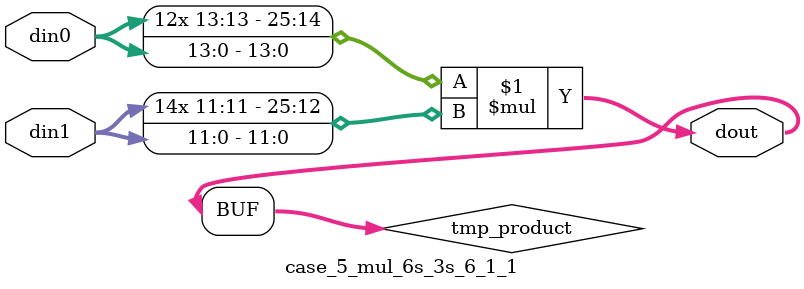
<source format=v>

`timescale 1 ns / 1 ps

 module case_5_mul_6s_3s_6_1_1(din0, din1, dout);
parameter ID = 1;
parameter NUM_STAGE = 0;
parameter din0_WIDTH = 14;
parameter din1_WIDTH = 12;
parameter dout_WIDTH = 26;

input [din0_WIDTH - 1 : 0] din0; 
input [din1_WIDTH - 1 : 0] din1; 
output [dout_WIDTH - 1 : 0] dout;

wire signed [dout_WIDTH - 1 : 0] tmp_product;



























assign tmp_product = $signed(din0) * $signed(din1);








assign dout = tmp_product;





















endmodule

</source>
